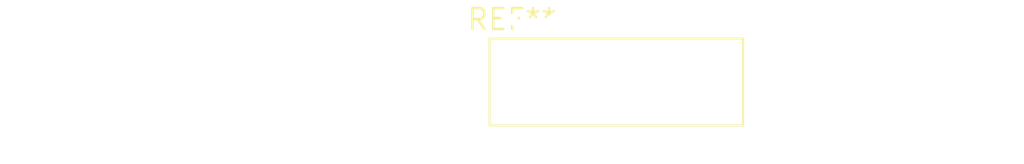
<source format=kicad_pcb>
(kicad_pcb (version 20240108) (generator pcbnew)
  (layers (0 "F.Cu" signal) (31 "B.Cu" signal) (34 "B.Paste" user) (35 "F.Paste" user) (36 "B.SilkS" user "B.Silkscreen") (37 "F.SilkS" user "F.Silkscreen") (38 "B.Mask" user) (39 "F.Mask" user) (44 "Edge.Cuts" user))
  (net 0 "")
  (footprint "Samtec_HLE-106-02-xx-DV-PE-LC_2x06_P2.54mm_Horizontal" (layer "F.Cu") (at 0 0)
    (property "Reference" "REF**")
    (property "Value" "Samtec_HLE-106-02-xx-DV-PE-LC_2x06_P2.54mm_Horizontal")
    (fp_line (start -1.38 1.16) (end 14.08 1.16) (layer "F.SilkS") (stroke (width 0.12)))
    (fp_line (start -1.38 6.46) (end -1.38 1.16) (layer "F.SilkS") (stroke (width 0.12)))
    (fp_line (start 14.08 1.16) (end 14.08 6.46) (layer "F.SilkS") (stroke (width 0.12)))
    (fp_line (start 14.08 6.46) (end -1.38 6.46) (layer "F.SilkS") (stroke (width 0.12)))
    (pad "" np_thru_hole circle (at 0 2.54) (size 1.4 1.4) (drill 1.4) (layers *.Cu *.Mask))
    (pad "" np_thru_hole circle (at 0 5.08) (size 1.4 1.4) (drill 1.4) (layers *.Cu *.Mask))
    (pad "" np_thru_hole circle (at 1.27 3.81) (size 1.19 1.19) (drill 1.19) (layers *.Cu *.Mask))
    (pad "" np_thru_hole circle (at 2.54 2.54) (size 1.4 1.4) (drill 1.4) (layers *.Cu *.Mask))
    (pad "" np_thru_hole circle (at 2.54 5.08) (size 1.4 1.4) (drill 1.4) (layers *.Cu *.Mask))
    (pad "" np_thru_hole circle (at 5.08 2.54) (size 1.4 1.4) (drill 1.4) (layers *.Cu *.Mask))
    (pad "" np_thru_hole circle (at 5.08 5.08) (size 1.4 1.4) (drill 1.4) (layers *.Cu *.Mask))
    (pad "" np_thru_hole circle (at 7.62 2.54) (size 1.4 1.4) (drill 1.4) (layers *.Cu *.Mask))
    (pad "" np_thru_hole circle (at 7.62 5.08) (size 1.4 1.4) (drill 1.4) (layers *.Cu *.Mask))
    (pad "" np_thru_hole circle (at 10.16 2.54) (size 1.4 1.4) (drill 1.4) (layers *.Cu *.Mask))
    (pad "" np_thru_hole circle (at 10.16 5.08) (size 1.4 1.4) (drill 1.4) (layers *.Cu *.Mask))
    (pad "" np_thru_hole circle (at 11.43 3.81) (size 1.19 1.19) (drill 1.19) (layers *.Cu *.Mask))
    (pad "" np_thru_hole circle (at 12.7 2.54) (size 1.4 1.4) (drill 1.4) (layers *.Cu *.Mask))
    (pad "" np_thru_hole circle (at 12.7 5.08) (size 1.4 1.4) (drill 1.4) (layers *.Cu *.Mask))
    (pad "1" thru_hole roundrect (at 0 0) (size 1.31 1.31) (drill 0.71) (layers *.Cu *.Mask) (remove_unused_layers) (roundrect_rratio 0.19084))
    (pad "2" thru_hole circle (at 0 7.62) (size 1.31 1.31) (drill 0.71) (layers *.Cu *.Mask) (remove_unused_layers))
    (pad "3" thru_hole circle (at 2.54 0) (size 1.31 1.31) (drill 0.71) (layers *.Cu *.Mask) (remove_unused_layers))
    (pad "4" thru_hole circle (at 2.54 7.62) (size 1.31 1.31) (drill 0.71) (layers *.Cu *.Mask) (remove_unused_layers))
    (pad "5" thru_hole circle (at 5.08 0) (size 1.31 1.31) (drill 0.71) (layers *.Cu *.Mask) (remove_unused_layers))
    (pad "6" thru_hole circle (at 5.08 7.62) (size 1.31 1.31) (drill 0.71) (layers *.Cu *.Mask) (remove_unused_layers))
    (pad "7" thru_hole circle (at 7.62 0) (size 1.31 1.31) (drill 0.71) (layers *.Cu *.Mask) (remove_unused_layers))
    (pad "8" thru_hole circle (at 7.62 7.62) (size 1.31 1.31) (drill 0.71) (layers *.Cu *.Mask) (remove_unused_layers))
    (pad "9" thru_hole circle (at 10.16 0) (size 1.31 1.31) (drill 0.71) (layers *.Cu *.Mask) (remove_unused_layers))
    (pad "10" thru_hole circle (at 10.16 7.62) (size 1.31 1.31) (drill 0.71) (layers *.Cu *.Mask) (remove_unused_layers))
    (pad "11" thru_hole circle (at 12.7 0) (size 1.31 1.31) (drill 0.71) (layers *.Cu *.Mask) (remove_unused_layers))
    (pad "12" thru_hole circle (at 12.7 7.62) (size 1.31 1.31) (drill 0.71) (layers *.Cu *.Mask) (remove_unused_layers))
  )
)
</source>
